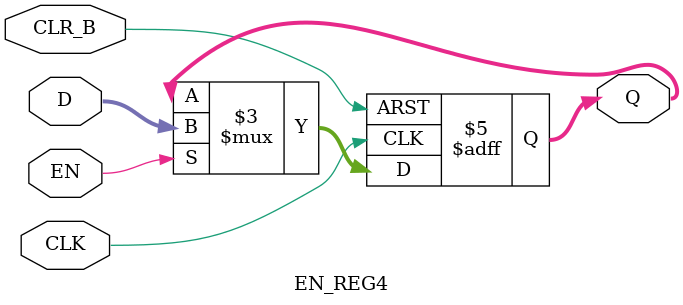
<source format=v>
/*	EN_REG4	*/
module	EN_REG4	( CLR_B, D, CLK, EN, Q );
input	CLR_B, CLK, EN;
input	[3:0] D;
output	[3:0] Q;
reg	[3:0] Q;
	always	@( posedge CLK or negedge CLR_B  )
		if ( !CLR_B )
			Q <= 0;
		else if ( EN )
			Q <= D;
endmodule

</source>
